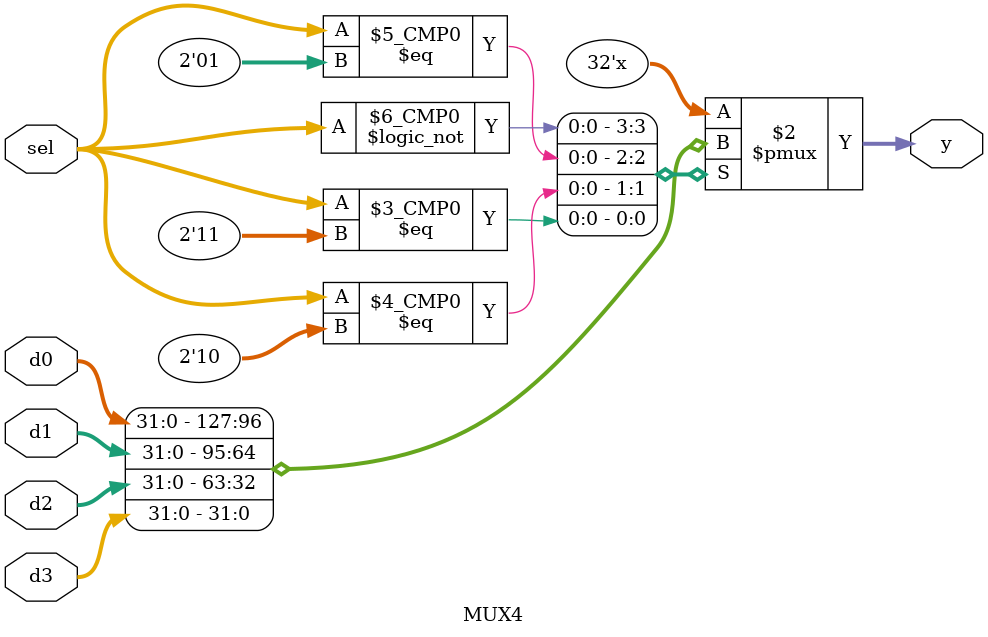
<source format=v>
module MUX4 # (parameter WIDTH=32) (
    input [WIDTH - 1 : 0] d0,
    input [WIDTH - 1 : 0] d1,
    input [WIDTH - 1 : 0] d2,
    input [WIDTH - 1 : 0] d3,
    input [1 : 0] sel,
    output reg [WIDTH - 1 : 0] y
);
    always @(*) begin
        case (sel)
            2'b00: y <= d0;
            2'b01: y <= d1;
            2'b10: y <= d2;
            2'b11: y <= d3;
        endcase
    end
endmodule
</source>
